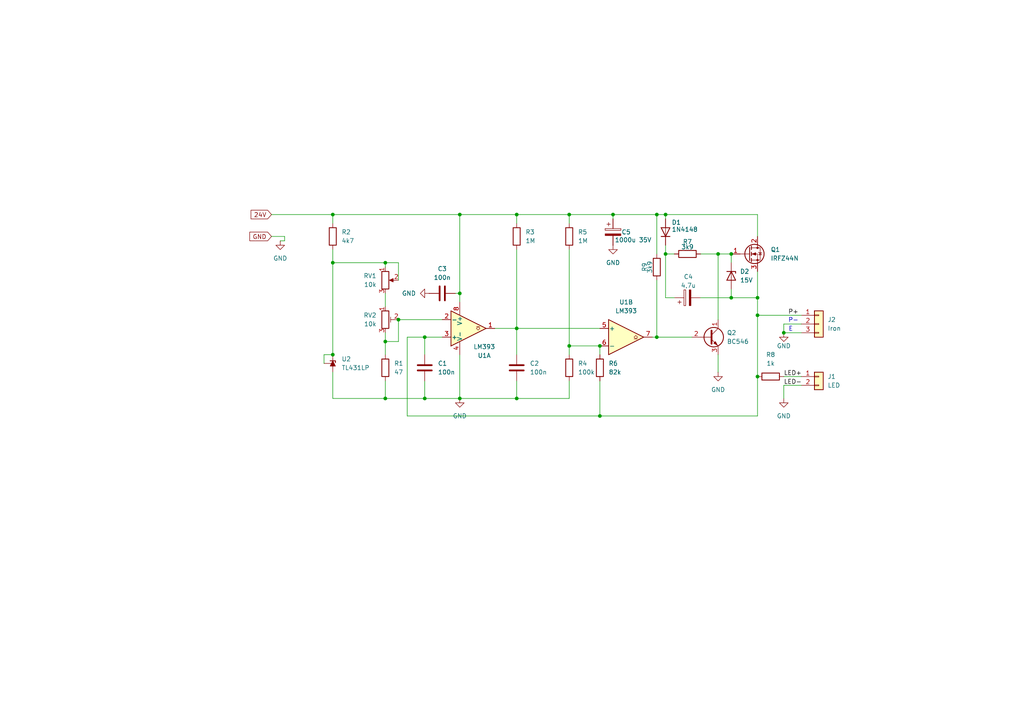
<source format=kicad_sch>
(kicad_sch (version 20250114) (generator "eeschema") (generator_version "9.0")
  (paper "A4")
  (title_block (title "T12 soldering iron controller") (date "2025-05-03") (rev "1") (company "hopper775"))
  (lib_symbols
    (symbol "Comparator:LM393" (pin_names (offset 0.127))
      (property "Reference" "U" (at 3.81 3.81 0))
      (property "Value" "LM393" (at 6.35 -3.81 0))
      (symbol "LM393_1_1"
        (polyline (pts (xy -5.08 5.08) (xy 5.08 0) (xy -5.08 -5.08) (xy -5.08 5.08)) (stroke (width 0.254)) (fill (type background)))
        (polyline (pts (xy 3.302 -0.508) (xy 2.794 -0.508) (xy 3.302 0) (xy 2.794 0.508) (xy 2.286 0) (xy 2.794 -0.508) (xy 2.286 -0.508)) (stroke (width 0.127)))
        (pin input line (at -7.62 2.54 0) (length 2.54) (name "+") (number "3"))
        (pin input line (at -7.62 -2.54 0) (length 2.54) (name "-") (number "2"))
        (pin open_collector line (at 7.62 0 180) (length 2.54) (name "~") (number "1"))
      )
      (symbol "LM393_2_1"
        (polyline (pts (xy -5.08 5.08) (xy 5.08 0) (xy -5.08 -5.08) (xy -5.08 5.08)) (stroke (width 0.254)) (fill (type background)))
        (polyline (pts (xy 3.302 -0.508) (xy 2.794 -0.508) (xy 3.302 0) (xy 2.794 0.508) (xy 2.286 0) (xy 2.794 -0.508) (xy 2.286 -0.508)) (stroke (width 0.127)))
        (pin input line (at -7.62 2.54 0) (length 2.54) (name "+") (number "5"))
        (pin input line (at -7.62 -2.54 0) (length 2.54) (name "-") (number "6"))
        (pin open_collector line (at 7.62 0 180) (length 2.54) (name "~") (number "7"))
      )
      (symbol "LM393_3_1"
        (pin power_in line (at -2.54 7.62 270) (length 3.81) (name "V+") (number "8"))
        (pin power_in line (at -2.54 -7.62 90) (length 3.81) (name "V-") (number "4"))
      )
    )
    (symbol "Connector_Generic:Conn_01x02" (pin_names (offset 1.016) (hide yes))
      (property "Reference" "J" (at 0 2.54 0))
      (property "Value" "Conn_01x02" (at 0 -5.08 0))
      (symbol "Conn_01x02_1_1"
        (rectangle (start -1.27 1.27) (end 1.27 -3.81) (stroke (width 0.254)) (fill (type background)))
        (rectangle (start -1.27 0.127) (end 0 -0.127) (stroke (width 0.1524)))
        (rectangle (start -1.27 -2.413) (end 0 -2.667) (stroke (width 0.1524)))
        (pin passive line (at -5.08 0 0) (length 3.81) (name "Pin_1") (number "1"))
        (pin passive line (at -5.08 -2.54 0) (length 3.81) (name "Pin_2") (number "2"))
      )
    )
    (symbol "Connector_Generic:Conn_01x03" (pin_names (offset 1.016) (hide yes))
      (property "Reference" "J" (at 0 5.08 0))
      (property "Value" "Conn_01x03" (at 0 -5.08 0))
      (symbol "Conn_01x03_1_1"
        (rectangle (start -1.27 3.81) (end 1.27 -3.81) (stroke (width 0.254)) (fill (type background)))
        (rectangle (start -1.27 2.667) (end 0 2.413) (stroke (width 0.1524)))
        (rectangle (start -1.27 0.127) (end 0 -0.127) (stroke (width 0.1524)))
        (rectangle (start -1.27 -2.413) (end 0 -2.667) (stroke (width 0.1524)))
        (pin passive line (at -5.08 2.54 0) (length 3.81) (name "Pin_1") (number "1"))
        (pin passive line (at -5.08 0 0) (length 3.81) (name "Pin_2") (number "2"))
        (pin passive line (at -5.08 -2.54 0) (length 3.81) (name "Pin_3") (number "3"))
      )
    )
    (symbol "Device:C" (pin_numbers (hide yes)) (pin_names (offset 0.254))
      (property "Reference" "C" (at 0.635 2.54 0))
      (property "Value" "C" (at 0.635 -2.54 0))
      (symbol "C_0_1"
        (polyline (pts (xy -2.032 0.762) (xy 2.032 0.762)) (stroke (width 0.508)))
        (polyline (pts (xy -2.032 -0.762) (xy 2.032 -0.762)) (stroke (width 0.508)))
      )
      (symbol "C_1_1"
        (pin passive line (at 0 3.81 270) (length 2.794) (name "~") (number "1"))
        (pin passive line (at 0 -3.81 90) (length 2.794) (name "~") (number "2"))
      )
    )
    (symbol "Device:C_Polarized" (pin_numbers (hide yes)) (pin_names (offset 0.254))
      (property "Reference" "C" (at 0.635 2.54 0))
      (property "Value" "C_Polarized" (at 0.635 -2.54 0))
      (symbol "C_Polarized_0_1"
        (rectangle (start -2.286 0.508) (end 2.286 1.016))
        (polyline (pts (xy -1.778 2.286) (xy -0.762 2.286)))
        (polyline (pts (xy -1.27 2.794) (xy -1.27 1.778)))
        (rectangle (start 2.286 -0.508) (end -2.286 -1.016) (fill (type outline)))
      )
      (symbol "C_Polarized_1_1"
        (pin passive line (at 0 3.81 270) (length 2.794) (name "~") (number "1"))
        (pin passive line (at 0 -3.81 90) (length 2.794) (name "~") (number "2"))
      )
    )
    (symbol "Device:D_Zener" (pin_numbers (hide yes)) (pin_names (offset 1.016) (hide yes))
      (property "Reference" "D" (at 0 2.54 0))
      (property "Value" "D_Zener" (at 0 -2.54 0))
      (symbol "D_Zener_0_1"
        (polyline (pts (xy -1.27 -1.27) (xy -1.27 1.27) (xy -0.762 1.27)) (stroke (width 0.254)))
        (polyline (pts (xy 1.27 0) (xy -1.27 0)))
        (polyline (pts (xy 1.27 -1.27) (xy 1.27 1.27) (xy -1.27 0) (xy 1.27 -1.27)) (stroke (width 0.254)))
      )
      (symbol "D_Zener_1_1"
        (pin passive line (at -3.81 0 0) (length 2.54) (name "K") (number "1"))
        (pin passive line (at 3.81 0 180) (length 2.54) (name "A") (number "2"))
      )
    )
    (symbol "Device:R" (pin_numbers (hide yes)) (pin_names (offset 0))
      (property "Reference" "R" (at 2.032 0 90))
      (property "Value" "R" (at 0 0 90))
      (symbol "R_0_1"
        (rectangle (start -1.016 -2.54) (end 1.016 2.54) (stroke (width 0.254)))
      )
      (symbol "R_1_1"
        (pin passive line (at 0 3.81 270) (length 1.27) (name "~") (number "1"))
        (pin passive line (at 0 -3.81 90) (length 1.27) (name "~") (number "2"))
      )
    )
    (symbol "Device:R_Potentiometer" (pin_names (offset 1.016) (hide yes))
      (property "Reference" "RV" (at -4.445 0 90))
      (property "Value" "R_Potentiometer" (at -2.54 0 90))
      (symbol "R_Potentiometer_0_1"
        (rectangle (start 1.016 2.54) (end -1.016 -2.54) (stroke (width 0.254)))
        (polyline (pts (xy 1.143 0) (xy 2.286 0.508) (xy 2.286 -0.508) (xy 1.143 0)) (fill (type outline)))
        (polyline (pts (xy 2.54 0) (xy 1.524 0)))
      )
      (symbol "R_Potentiometer_1_1"
        (pin passive line (at 0 3.81 270) (length 1.27) (name "1") (number "1"))
        (pin passive line (at 0 -3.81 90) (length 1.27) (name "3") (number "3"))
        (pin passive line (at 3.81 0 180) (length 1.27) (name "2") (number "2"))
      )
    )
    (symbol "Device:R_Potentiometer_Trim" (pin_names (offset 1.016) (hide yes))
      (property "Reference" "RV" (at -4.445 0 90))
      (property "Value" "R_Potentiometer_Trim" (at -2.54 0 90))
      (symbol "R_Potentiometer_Trim_0_1"
        (rectangle (start 1.016 2.54) (end -1.016 -2.54) (stroke (width 0.254)))
        (polyline (pts (xy 1.524 0.762) (xy 1.524 -0.762)))
        (polyline (pts (xy 2.54 0) (xy 1.524 0)))
      )
      (symbol "R_Potentiometer_Trim_1_1"
        (pin passive line (at 0 3.81 270) (length 1.27) (name "1") (number "1"))
        (pin passive line (at 0 -3.81 90) (length 1.27) (name "3") (number "3"))
        (pin passive line (at 3.81 0 180) (length 1.27) (name "2") (number "2"))
      )
    )
    (symbol "Diode:1N4148" (pin_numbers (hide yes)) (pin_names (hide yes))
      (property "Reference" "D" (at 0 2.54 0))
      (property "Value" "1N4148" (at 0 -2.54 0))
      (symbol "1N4148_0_1"
        (polyline (pts (xy -1.27 1.27) (xy -1.27 -1.27)) (stroke (width 0.254)))
        (polyline (pts (xy 1.27 1.27) (xy 1.27 -1.27) (xy -1.27 0) (xy 1.27 1.27)) (stroke (width 0.254)))
        (polyline (pts (xy 1.27 0) (xy -1.27 0)))
      )
      (symbol "1N4148_1_1"
        (pin passive line (at -3.81 0 0) (length 2.54) (name "K") (number "1"))
        (pin passive line (at 3.81 0 180) (length 2.54) (name "A") (number "2"))
      )
    )
    (symbol "Reference_Voltage:TL431LP" (pin_numbers (hide yes)) (pin_names (hide yes))
      (property "Reference" "U" (at -2.54 2.54 0))
      (property "Value" "TL431LP" (at 0 -2.54 0))
      (symbol "TL431LP_0_1"
        (polyline (pts (xy -1.27 0) (xy 0 0) (xy 1.27 0)))
        (polyline (pts (xy -0.762 -0.762) (xy -0.762 0.762) (xy 0.762 0) (xy -0.762 -0.762)) (fill (type outline)))
        (polyline (pts (xy 0.254 -0.762) (xy 0.762 -0.762) (xy 0.762 0.762) (xy 0.762 0.762)) (stroke (width 0.254)))
      )
      (symbol "TL431LP_1_1"
        (pin passive line (at -2.54 0 0) (length 2.54) (name "A") (number "2"))
        (pin passive line (at 0 2.54 270) (length 2.54) (name "REF") (number "1"))
        (pin passive line (at 2.54 0 180) (length 2.54) (name "K") (number "3"))
      )
    )
    (symbol "Transistor_BJT:BC546" (pin_names (offset 0) (hide yes))
      (property "Reference" "Q" (at 5.08 1.905 0))
      (property "Value" "BC546" (at 5.08 0 0))
      (symbol "BC546_0_1"
        (polyline (pts (xy -2.54 0) (xy 0.635 0)))
        (polyline (pts (xy 0.635 1.905) (xy 0.635 -1.905)) (stroke (width 0.508)))
        (circle (center 1.27 0) (radius 2.8194) (stroke (width 0.254)))
      )
      (symbol "BC546_1_1"
        (polyline (pts (xy 0.635 0.635) (xy 2.54 2.54)))
        (polyline (pts (xy 0.635 -0.635) (xy 2.54 -2.54)))
        (polyline (pts (xy 1.27 -1.778) (xy 1.778 -1.27) (xy 2.286 -2.286) (xy 1.27 -1.778)) (fill (type outline)))
        (pin input line (at -5.08 0 0) (length 2.54) (name "B") (number "2"))
        (pin passive line (at 2.54 5.08 270) (length 2.54) (name "C") (number "1"))
        (pin passive line (at 2.54 -5.08 90) (length 2.54) (name "E") (number "3"))
      )
    )
    (symbol "Transistor_FET:IRF540N" (pin_names (hide yes))
      (property "Reference" "Q" (at 5.08 1.905 0))
      (property "Value" "IRF540N" (at 5.08 0 0))
      (symbol "IRF540N_0_1"
        (polyline (pts (xy 0.254 1.905) (xy 0.254 -1.905)) (stroke (width 0.254)))
        (polyline (pts (xy 0.254 0) (xy -2.54 0)))
        (polyline (pts (xy 0.762 2.286) (xy 0.762 1.27)) (stroke (width 0.254)))
        (polyline (pts (xy 0.762 0.508) (xy 0.762 -0.508)) (stroke (width 0.254)))
        (polyline (pts (xy 0.762 -1.27) (xy 0.762 -2.286)) (stroke (width 0.254)))
        (polyline (pts (xy 0.762 -1.778) (xy 3.302 -1.778) (xy 3.302 1.778) (xy 0.762 1.778)))
        (polyline (pts (xy 1.016 0) (xy 2.032 0.381) (xy 2.032 -0.381) (xy 1.016 0)) (fill (type outline)))
        (circle (center 1.651 0) (radius 2.794) (stroke (width 0.254)))
        (polyline (pts (xy 2.54 2.54) (xy 2.54 1.778)))
        (circle (center 2.54 1.778) (radius 0.254) (fill (type outline)))
        (circle (center 2.54 -1.778) (radius 0.254) (fill (type outline)))
        (polyline (pts (xy 2.54 -2.54) (xy 2.54 0) (xy 0.762 0)))
        (polyline (pts (xy 2.794 0.508) (xy 2.921 0.381) (xy 3.683 0.381) (xy 3.81 0.254)))
        (polyline (pts (xy 3.302 0.381) (xy 2.921 -0.254) (xy 3.683 -0.254) (xy 3.302 0.381)))
      )
      (symbol "IRF540N_1_1"
        (pin input line (at -5.08 0 0) (length 2.54) (name "G") (number "1"))
        (pin passive line (at 2.54 5.08 270) (length 2.54) (name "D") (number "2"))
        (pin passive line (at 2.54 -5.08 90) (length 2.54) (name "S") (number "3"))
      )
    )
    (symbol "power:GND" (power) (pin_numbers (hide yes)) (pin_names (offset 0) (hide yes))
      (property "Value" "GND" (at 0 -3.81 0))
      (symbol "GND_0_1"
        (polyline (pts (xy 0 0) (xy 0 -1.27) (xy 1.27 -1.27) (xy 0 -2.54) (xy -1.27 -1.27) (xy 0 -1.27)))
      )
      (symbol "GND_1_1"
        (pin power_in line (at 0 0 270) (length 0) (name "~") (number "1"))
      )
    )
  )
  (text "E" (at 229.362 95.504 0) (effects (font (size 1.27 1.27))))
  (text "P-" (at 230.124 92.964 0) (effects (font (size 1.27 1.27))))
  (junction (at 123.19 97.79))
  (junction (at 173.99 120.65))
  (junction (at 111.76 76.2))
  (junction (at 193.04 73.66))
  (junction (at 208.28 73.66))
  (junction (at 96.52 76.2))
  (junction (at 133.35 85.09))
  (junction (at 123.19 115.57))
  (junction (at 227.33 96.52))
  (junction (at 219.71 109.22))
  (junction (at 96.52 62.23))
  (junction (at 212.09 73.66))
  (junction (at 165.1 100.33))
  (junction (at 111.76 99.06))
  (junction (at 177.8 62.23))
  (junction (at 149.86 115.57))
  (junction (at 133.35 115.57))
  (junction (at 190.5 97.79))
  (junction (at 149.86 95.25))
  (junction (at 111.76 115.57))
  (junction (at 212.09 86.36))
  (junction (at 193.04 62.23))
  (junction (at 219.71 91.44))
  (junction (at 173.99 100.33))
  (junction (at 133.35 62.23))
  (junction (at 165.1 62.23))
  (junction (at 115.57 92.71))
  (junction (at 149.86 62.23))
  (junction (at 96.52 102.87))
  (junction (at 190.5 62.23))
  (junction (at 219.71 86.36))
  (wire (pts (xy 208.28 73.66) (xy 208.28 92.71)))
  (wire (pts (xy 165.1 72.39) (xy 165.1 100.33)))
  (wire (pts (xy 96.52 107.95) (xy 96.52 115.57)))
  (wire (pts (xy 149.86 110.49) (xy 149.86 115.57)))
  (wire (pts (xy 111.76 99.06) (xy 111.76 102.87)))
  (wire (pts (xy 227.33 109.22) (xy 232.41 109.22)))
  (wire (pts (xy 78.74 62.23) (xy 96.52 62.23)))
  (wire (pts (xy 133.35 115.57) (xy 149.86 115.57)))
  (wire (pts (xy 203.2 73.66) (xy 208.28 73.66)))
  (wire (pts (xy 165.1 110.49) (xy 165.1 115.57)))
  (wire (pts (xy 173.99 110.49) (xy 173.99 120.65)))
  (wire (pts (xy 133.35 62.23) (xy 149.86 62.23)))
  (wire (pts (xy 190.5 62.23) (xy 190.5 73.66)))
  (wire (pts (xy 193.04 63.5) (xy 193.04 62.23)))
  (wire (pts (xy 115.57 76.2) (xy 111.76 76.2)))
  (wire (pts (xy 227.33 111.76) (xy 232.41 111.76)))
  (wire (pts (xy 115.57 99.06) (xy 111.76 99.06)))
  (wire (pts (xy 82.55 69.85) (xy 81.28 69.85)))
  (wire (pts (xy 195.58 86.36) (xy 193.04 86.36)))
  (wire (pts (xy 227.33 111.76) (xy 227.33 115.57)))
  (wire (pts (xy 149.86 95.25) (xy 173.99 95.25)))
  (wire (pts (xy 123.19 97.79) (xy 123.19 102.87)))
  (wire (pts (xy 118.11 120.65) (xy 118.11 97.79)))
  (wire (pts (xy 212.09 86.36) (xy 219.71 86.36)))
  (wire (pts (xy 165.1 64.77) (xy 165.1 62.23)))
  (wire (pts (xy 143.51 95.25) (xy 149.86 95.25)))
  (wire (pts (xy 208.28 73.66) (xy 212.09 73.66)))
  (wire (pts (xy 93.98 105.41) (xy 93.98 102.87)))
  (wire (pts (xy 115.57 81.28) (xy 115.57 76.2)))
  (wire (pts (xy 177.8 62.23) (xy 165.1 62.23)))
  (wire (pts (xy 132.08 85.09) (xy 133.35 85.09)))
  (wire (pts (xy 133.35 115.57) (xy 123.19 115.57)))
  (wire (pts (xy 190.5 81.28) (xy 190.5 97.79)))
  (wire (pts (xy 190.5 97.79) (xy 200.66 97.79)))
  (wire (pts (xy 190.5 62.23) (xy 193.04 62.23)))
  (wire (pts (xy 212.09 73.66) (xy 212.09 76.2)))
  (wire (pts (xy 173.99 100.33) (xy 173.99 102.87)))
  (wire (pts (xy 193.04 73.66) (xy 195.58 73.66)))
  (wire (pts (xy 173.99 120.65) (xy 219.71 120.65)))
  (wire (pts (xy 165.1 100.33) (xy 173.99 100.33)))
  (wire (pts (xy 111.76 110.49) (xy 111.76 115.57)))
  (wire (pts (xy 96.52 102.87) (xy 96.52 76.2)))
  (wire (pts (xy 96.52 76.2) (xy 111.76 76.2)))
  (wire (pts (xy 118.11 97.79) (xy 123.19 97.79)))
  (wire (pts (xy 219.71 78.74) (xy 219.71 86.36)))
  (wire (pts (xy 111.76 115.57) (xy 123.19 115.57)))
  (wire (pts (xy 232.41 93.98) (xy 227.33 93.98)))
  (wire (pts (xy 111.76 76.2) (xy 111.76 77.47)))
  (wire (pts (xy 115.57 92.71) (xy 128.27 92.71)))
  (wire (pts (xy 149.86 64.77) (xy 149.86 62.23)))
  (wire (pts (xy 82.55 68.58) (xy 78.74 68.58)))
  (wire (pts (xy 177.8 62.23) (xy 177.8 63.5)))
  (wire (pts (xy 219.71 86.36) (xy 219.71 91.44)))
  (wire (pts (xy 208.28 102.87) (xy 208.28 107.95)))
  (wire (pts (xy 177.8 62.23) (xy 190.5 62.23)))
  (wire (pts (xy 149.86 72.39) (xy 149.86 95.25)))
  (wire (pts (xy 212.09 83.82) (xy 212.09 86.36)))
  (wire (pts (xy 133.35 85.09) (xy 133.35 62.23)))
  (wire (pts (xy 96.52 115.57) (xy 111.76 115.57)))
  (wire (pts (xy 173.99 120.65) (xy 118.11 120.65)))
  (wire (pts (xy 227.33 96.52) (xy 232.41 96.52)))
  (wire (pts (xy 133.35 62.23) (xy 96.52 62.23)))
  (wire (pts (xy 96.52 62.23) (xy 96.52 64.77)))
  (wire (pts (xy 193.04 71.12) (xy 193.04 73.66)))
  (wire (pts (xy 227.33 93.98) (xy 227.33 96.52)))
  (wire (pts (xy 115.57 92.71) (xy 115.57 99.06)))
  (wire (pts (xy 219.71 91.44) (xy 219.71 109.22)))
  (wire (pts (xy 219.71 68.58) (xy 219.71 62.23)))
  (wire (pts (xy 123.19 97.79) (xy 128.27 97.79)))
  (wire (pts (xy 111.76 96.52) (xy 111.76 99.06)))
  (wire (pts (xy 165.1 62.23) (xy 149.86 62.23)))
  (wire (pts (xy 219.71 109.22) (xy 219.71 120.65)))
  (wire (pts (xy 203.2 86.36) (xy 212.09 86.36)))
  (wire (pts (xy 165.1 100.33) (xy 165.1 102.87)))
  (wire (pts (xy 193.04 62.23) (xy 219.71 62.23)))
  (wire (pts (xy 133.35 87.63) (xy 133.35 85.09)))
  (wire (pts (xy 96.52 72.39) (xy 96.52 76.2)))
  (wire (pts (xy 93.98 102.87) (xy 96.52 102.87)))
  (wire (pts (xy 219.71 91.44) (xy 232.41 91.44)))
  (wire (pts (xy 149.86 102.87) (xy 149.86 95.25)))
  (wire (pts (xy 189.23 97.79) (xy 190.5 97.79)))
  (wire (pts (xy 133.35 102.87) (xy 133.35 115.57)))
  (wire (pts (xy 193.04 73.66) (xy 193.04 86.36)))
  (wire (pts (xy 149.86 115.57) (xy 165.1 115.57)))
  (wire (pts (xy 123.19 115.57) (xy 123.19 110.49)))
  (wire (pts (xy 82.55 69.85) (xy 82.55 68.58)))
  (wire (pts (xy 111.76 85.09) (xy 111.76 88.9)))
  (label "P+" (at 228.6 91.44 0))
  (label "LED+" (at 227.33 109.22 0))
  (label "LED-" (at 227.33 111.76 0))
  (global_label "GND" (shape input) (at 78.74 68.58 180) (property "Intersheetrefs" "${INTERSHEET_REFS}" (effects (hide yes))))
  (global_label "24V" (shape input) (at 78.74 62.23 180) (property "Intersheetrefs" "${INTERSHEET_REFS}" (effects (hide yes))))
  (symbol (lib_id "Reference_Voltage:TL431LP") (at 96.52 105.41 90) (unit 1)
    (property "Reference" "U2" (at 99.06 104.1399 90) (effects (justify right)))
    (property "Value" "TL431LP" (at 99.06 106.6799 90) (effects (justify right)))
    (property "Footprint" "Package_TO_SOT_THT:TO-92_Inline_Wide" (effects (hide yes)))
    (property "Datasheet" "http://www.ti.com/lit/ds/symlink/tl431.pdf" (effects (hide yes)))
    (property "Description" "Shunt Regulator, TO-92" (effects (hide yes)))
  )
  (symbol (lib_id "power:GND") (at 81.28 69.85 0) (unit 1)
    (property "Reference" "#PWR07" (effects (hide yes)))
    (property "Value" "GND" (at 81.28 74.93 0))
    (property "Description" "Power symbol creates a global label with name \"GND\" , ground" (effects (hide yes)))
  )
  (symbol (lib_id "Transistor_BJT:BC546") (at 205.74 97.79 0) (unit 1)
    (property "Reference" "Q2" (at 210.82 96.5199 0) (effects (justify left)))
    (property "Value" "BC546" (at 210.82 99.0599 0) (effects (justify left)))
    (property "Footprint" "Package_TO_SOT_THT:TO-92_Inline" (effects (hide yes)))
    (property "Datasheet" "https://www.onsemi.com/pub/Collateral/BC550-D.pdf" (effects (hide yes)))
    (property "Description" "0.1A Ic, 65V Vce, Small Signal NPN Transistor, TO-92" (effects (hide yes)))
  )
  (symbol (lib_id "Comparator:LM393") (at 135.89 95.25 0) (unit 3)
    (property "Reference" "U1" (effects (hide yes)))
    (property "Value" "LM393" (effects (hide yes)))
    (property "Datasheet" "http://www.ti.com/lit/ds/symlink/lm393.pdf" (effects (hide yes)))
    (property "Description" "Low-Power, Low-Offset Voltage, Dual Comparators, DIP-8/SOIC-8/TO-99-8" (effects (hide yes)))
  )
  (symbol (lib_id "Device:R") (at 96.52 68.58 0) (unit 1)
    (property "Reference" "R2" (at 99.06 67.3099 0) (effects (justify left)))
    (property "Value" "4k7" (at 99.06 69.8499 0) (effects (justify left)))
    (property "Footprint" "Resistors_THT:R_Axial_DIN0204_L3.6mm_D1.6mm_P7.62mm_Horizontal_" (effects (hide yes)))
    (property "Description" "Resistor" (effects (hide yes)))
  )
  (symbol (lib_id "Device:R") (at 165.1 68.58 0) (unit 1)
    (property "Reference" "R5" (at 167.64 67.3099 0) (effects (justify left)))
    (property "Value" "1M" (at 167.64 69.8499 0) (effects (justify left)))
    (property "Footprint" "Resistors_THT:R_Axial_DIN0204_L3.6mm_D1.6mm_P7.62mm_Horizontal_" (effects (hide yes)))
    (property "Description" "Resistor" (effects (hide yes)))
  )
  (symbol (lib_id "power:GND") (at 124.46 85.09 270) (unit 1)
    (property "Reference" "#PWR02" (effects (hide yes)))
    (property "Value" "GND" (at 120.65 85.0899 90) (effects (justify right)))
    (property "Description" "Power symbol creates a global label with name \"GND\" , ground" (effects (hide yes)))
  )
  (symbol (lib_id "Device:R") (at 190.5 77.47 180) (unit 1)
    (property "Reference" "R9" (at 186.944 77.47 90))
    (property "Value" "3k9" (at 188.468 77.47 90))
    (property "Footprint" "Resistors_THT:R_Axial_DIN0204_L3.6mm_D1.6mm_P7.62mm_Horizontal_" (effects (hide yes)))
    (property "Description" "Resistor" (effects (hide yes)))
  )
  (symbol (lib_id "Device:C_Polarized") (at 199.39 86.36 90) (unit 1)
    (property "Reference" "C4" (at 199.644 80.264 90))
    (property "Value" "4,7u" (at 199.644 82.804 90))
    (property "Footprint" "Cap_THT_Electrolytic_Radial:CP_Radial_D8.0mm_P3.80mm" (effects (hide yes)))
    (property "Description" "Polarized capacitor" (effects (hide yes)))
  )
  (symbol (lib_id "Device:R") (at 111.76 106.68 0) (unit 1)
    (property "Reference" "R1" (at 114.3 105.4099 0) (effects (justify left)))
    (property "Value" "47" (at 114.3 107.9499 0) (effects (justify left)))
    (property "Footprint" "Resistors_THT:R_Axial_DIN0204_L3.6mm_D1.6mm_P7.62mm_Horizontal_" (effects (hide yes)))
    (property "Description" "Resistor" (effects (hide yes)))
  )
  (symbol (lib_id "Device:R") (at 165.1 106.68 0) (unit 1)
    (property "Reference" "R4" (at 167.64 105.4099 0) (effects (justify left)))
    (property "Value" "100k" (at 167.64 107.9499 0) (effects (justify left)))
    (property "Footprint" "Resistors_THT:R_Axial_DIN0204_L3.6mm_D1.6mm_P7.62mm_Horizontal_" (effects (hide yes)))
    (property "Description" "Resistor" (effects (hide yes)))
  )
  (symbol (lib_id "Device:D_Zener") (at 212.09 80.01 270) (unit 1)
    (property "Reference" "D2" (at 214.63 78.7399 90) (effects (justify left)))
    (property "Value" "15V" (at 214.63 81.2799 90) (effects (justify left)))
    (property "Description" "Zener diode" (effects (hide yes)))
  )
  (symbol (lib_id "Device:R") (at 199.39 73.66 90) (unit 1)
    (property "Reference" "R7" (at 199.39 70.104 90))
    (property "Value" "3k9" (at 199.39 71.628 90))
    (property "Footprint" "Resistors_THT:R_Axial_DIN0204_L3.6mm_D1.6mm_P7.62mm_Horizontal_" (effects (hide yes)))
    (property "Description" "Resistor" (effects (hide yes)))
  )
  (symbol (lib_id "power:GND") (at 227.33 96.52 0) (unit 1)
    (property "Reference" "#PWR05" (effects (hide yes)))
    (property "Value" "GND" (at 227.33 100.33 0))
    (property "Description" "Power symbol creates a global label with name \"GND\" , ground" (effects (hide yes)))
  )
  (symbol (lib_id "Connector_Generic:Conn_01x03") (at 237.49 93.98 0) (unit 1)
    (property "Reference" "J2" (at 240.03 92.7099 0) (effects (justify left)))
    (property "Value" "Iron" (at 240.03 95.2499 0) (effects (justify left)))
    (property "Description" "Generic connector, single row, 01x03, script generated (kicad-library-utils/schlib/autogen/connector/)" (effects (hide yes)))
  )
  (symbol (lib_id "Diode:1N4148") (at 193.04 67.31 90) (unit 1)
    (property "Reference" "D1" (at 194.818 64.516 90) (effects (justify right)))
    (property "Value" "1N4148" (at 194.818 66.5481 90) (effects (justify right)))
    (property "Footprint" "Diode_THT:D_DO-35_SOD27_P7.62mm_Horizontal" (effects (hide yes)))
    (property "Datasheet" "https://assets.nexperia.com/documents/data-sheet/1N4148_1N4448.pdf" (effects (hide yes)))
    (property "Description" "100V 0.15A standard switching diode, DO-35" (effects (hide yes)))
    (property "Sim.Device" "D" (effects (hide yes)))
    (property "Sim.Pins" "1=K 2=A" (effects (hide yes)))
  )
  (symbol (lib_id "Device:R") (at 173.99 106.68 0) (unit 1)
    (property "Reference" "R6" (at 176.53 105.4099 0) (effects (justify left)))
    (property "Value" "82k" (at 176.53 107.9499 0) (effects (justify left)))
    (property "Footprint" "Resistors_THT:R_Axial_DIN0204_L3.6mm_D1.6mm_P7.62mm_Horizontal_" (effects (hide yes)))
    (property "Description" "Resistor" (effects (hide yes)))
  )
  (symbol (lib_id "power:GND") (at 177.8 71.12 0) (unit 1)
    (property "Reference" "#PWR03" (effects (hide yes)))
    (property "Value" "GND" (at 177.8 76.2 0))
    (property "Description" "Power symbol creates a global label with name \"GND\" , ground" (effects (hide yes)))
  )
  (symbol (lib_id "Transistor_FET:IRF540N") (at 217.17 73.66 0) (unit 1)
    (property "Reference" "Q1" (at 223.52 72.3899 0) (effects (justify left)))
    (property "Value" "IRFZ44N" (at 223.52 74.9299 0) (effects (justify left)))
    (property "Footprint" "Package_TO_SOT_THT:TO-220-3_Vertical" (effects (hide yes)))
    (property "Datasheet" "http://www.irf.com/product-info/datasheets/data/irf540n.pdf" (effects (hide yes)))
    (property "Description" "33A Id, 100V Vds, HEXFET N-Channel MOSFET, TO-220" (effects (hide yes)))
  )
  (symbol (lib_id "Comparator:LM393") (at 181.61 97.79 0) (unit 2)
    (property "Reference" "U1" (at 181.61 87.63 0))
    (property "Value" "LM393" (at 181.61 90.17 0))
    (property "Datasheet" "http://www.ti.com/lit/ds/symlink/lm393.pdf" (effects (hide yes)))
    (property "Description" "Low-Power, Low-Offset Voltage, Dual Comparators, DIP-8/SOIC-8/TO-99-8" (effects (hide yes)))
  )
  (symbol (lib_id "power:GND") (at 208.28 107.95 0) (unit 1)
    (property "Reference" "#PWR06" (effects (hide yes)))
    (property "Value" "GND" (at 208.28 113.03 0))
    (property "Description" "Power symbol creates a global label with name \"GND\" , ground" (effects (hide yes)))
  )
  (symbol (lib_id "power:GND") (at 133.35 115.57 0) (unit 1)
    (property "Reference" "#PWR01" (effects (hide yes)))
    (property "Value" "GND" (at 133.35 120.65 0))
    (property "Description" "Power symbol creates a global label with name \"GND\" , ground" (effects (hide yes)))
  )
  (symbol (lib_id "Device:C_Polarized") (at 177.8 67.31 0) (unit 1)
    (property "Reference" "C5" (at 181.61 67.31 0))
    (property "Value" "1000u 35V" (at 183.642 69.596 0))
    (property "Footprint" "Cap_THT_Electrolytic_Radial:CP_Radial_D8.0mm_P3.80mm" (effects (hide yes)))
    (property "Description" "Polarized capacitor" (effects (hide yes)))
  )
  (symbol (lib_id "Device:R") (at 149.86 68.58 0) (unit 1)
    (property "Reference" "R3" (at 152.4 67.3099 0) (effects (justify left)))
    (property "Value" "1M" (at 152.4 69.8499 0) (effects (justify left)))
    (property "Footprint" "Resistors_THT:R_Axial_DIN0204_L3.6mm_D1.6mm_P7.62mm_Horizontal_" (effects (hide yes)))
    (property "Description" "Resistor" (effects (hide yes)))
  )
  (symbol (lib_id "Comparator:LM393") (at 135.89 95.25 0) (mirror x) (unit 1)
    (property "Reference" "U1" (at 140.462 103.124 0))
    (property "Value" "LM393" (at 140.462 100.584 0))
    (property "Datasheet" "http://www.ti.com/lit/ds/symlink/lm393.pdf" (effects (hide yes)))
    (property "Description" "Low-Power, Low-Offset Voltage, Dual Comparators, DIP-8/SOIC-8/TO-99-8" (effects (hide yes)))
  )
  (symbol (lib_id "Device:R_Potentiometer_Trim") (at 111.76 92.71 0) (unit 1)
    (property "Reference" "RV2" (at 109.22 91.4399 0) (effects (justify right)))
    (property "Value" "10k" (at 109.22 93.9799 0) (effects (justify right)))
    (property "Description" "Trim-potentiometer" (effects (hide yes)))
  )
  (symbol (lib_id "Device:C") (at 128.27 85.09 90) (unit 1)
    (property "Reference" "C3" (at 128.27 77.9643 90))
    (property "Value" "100n" (at 128.27 80.5043 90))
    (property "Footprint" "Cap_THT_Disk:C_Disc_D4.3mm_W1.9mm_P5.00mm" (effects (hide yes)))
    (property "Description" "Unpolarized capacitor" (effects (hide yes)))
  )
  (symbol (lib_id "power:GND") (at 227.33 115.57 0) (unit 1)
    (property "Reference" "#PWR04" (effects (hide yes)))
    (property "Value" "GND" (at 227.33 120.65 0))
    (property "Description" "Power symbol creates a global label with name \"GND\" , ground" (effects (hide yes)))
  )
  (symbol (lib_id "Device:R") (at 223.52 109.22 90) (unit 1)
    (property "Reference" "R8" (at 223.52 102.87 90))
    (property "Value" "1k" (at 223.52 105.41 90))
    (property "Footprint" "Resistors_THT:R_Axial_DIN0204_L3.6mm_D1.6mm_P7.62mm_Horizontal_" (effects (hide yes)))
    (property "Description" "Resistor" (effects (hide yes)))
  )
  (symbol (lib_id "Device:R_Potentiometer") (at 111.76 81.28 0) (unit 1)
    (property "Reference" "RV1" (at 109.22 80.0099 0) (effects (justify right)))
    (property "Value" "10k" (at 109.22 82.5499 0) (effects (justify right)))
    (property "Description" "Potentiometer" (effects (hide yes)))
  )
  (symbol (lib_id "Connector_Generic:Conn_01x02") (at 237.49 109.22 0) (unit 1)
    (property "Reference" "J1" (at 240.03 109.2199 0) (effects (justify left)))
    (property "Value" "LED" (at 240.03 111.7599 0) (effects (justify left)))
    (property "Description" "Generic connector, single row, 01x02, script generated (kicad-library-utils/schlib/autogen/connector/)" (effects (hide yes)))
  )
  (symbol (lib_id "Device:C") (at 123.19 106.68 0) (unit 1)
    (property "Reference" "C1" (at 127 105.4099 0) (effects (justify left)))
    (property "Value" "100n" (at 127 107.9499 0) (effects (justify left)))
    (property "Footprint" "Cap_THT_Disk:C_Disc_D4.3mm_W1.9mm_P5.00mm" (effects (hide yes)))
    (property "Description" "Unpolarized capacitor" (effects (hide yes)))
  )
  (symbol (lib_id "Device:C") (at 149.86 106.68 0) (unit 1)
    (property "Reference" "C2" (at 153.67 105.4099 0) (effects (justify left)))
    (property "Value" "100n" (at 153.67 107.9499 0) (effects (justify left)))
    (property "Footprint" "Cap_THT_Disk:C_Disc_D4.3mm_W1.9mm_P5.00mm" (effects (hide yes)))
    (property "Description" "Unpolarized capacitor" (effects (hide yes)))
  )
)
</source>
